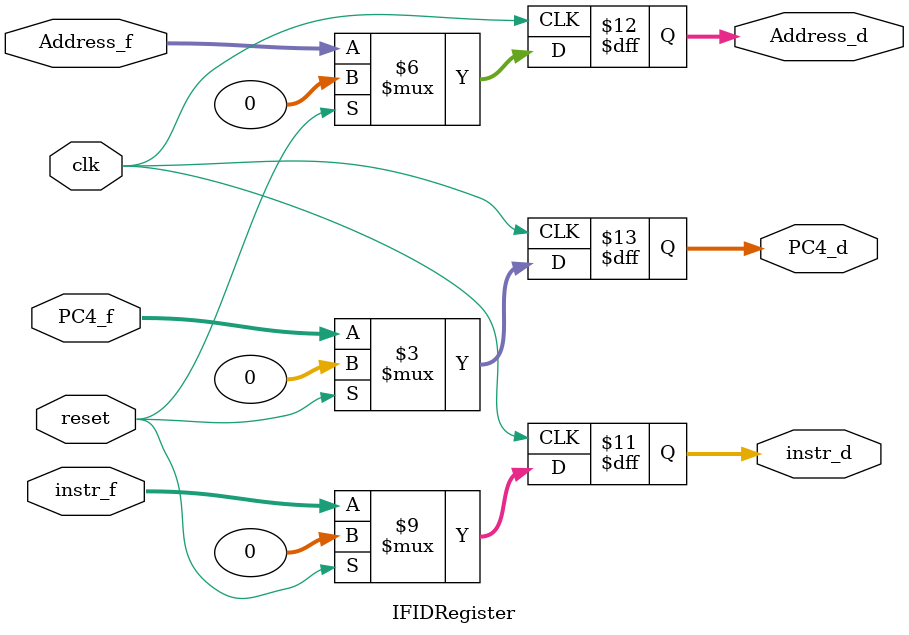
<source format=sv>
module IFIDRegister(
    input logic clk,
    input logic reset,
    input logic [31:0] instr_f,
    input logic [31:0] Address_f,
    input logic [31:0] PC4_f,
    output logic [31:0] instr_d,
    output logic [31:0] Address_d,
    output logic [31:0] PC4_d
);

always_ff @(posedge clk) begin

    if (reset) begin 
        instr_d     <= 0;
        Address_d   <= 0;
        PC4_d       <= 0;
    end else begin
        instr_d     <= instr_f;
        Address_d   <= Address_f;
        PC4_d       <= PC4_f;
end
end
endmodule
</source>
